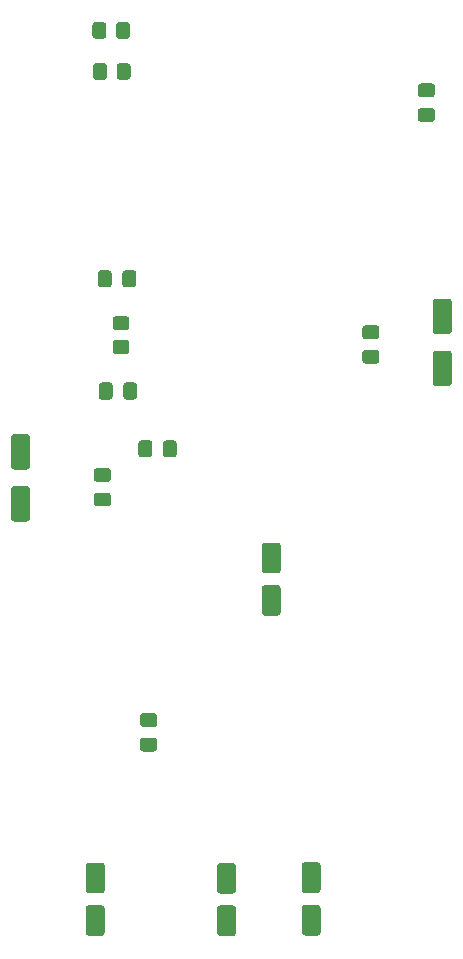
<source format=gbr>
%TF.GenerationSoftware,KiCad,Pcbnew,(5.1.10)-1*%
%TF.CreationDate,2022-05-23T16:21:35+02:00*%
%TF.ProjectId,Auto_Uart,4175746f-5f55-4617-9274-2e6b69636164,rev?*%
%TF.SameCoordinates,Original*%
%TF.FileFunction,Paste,Top*%
%TF.FilePolarity,Positive*%
%FSLAX46Y46*%
G04 Gerber Fmt 4.6, Leading zero omitted, Abs format (unit mm)*
G04 Created by KiCad (PCBNEW (5.1.10)-1) date 2022-05-23 16:21:35*
%MOMM*%
%LPD*%
G01*
G04 APERTURE LIST*
G04 APERTURE END LIST*
%TO.C,C1*%
G36*
G01*
X464800Y-66917900D02*
X1414800Y-66917900D01*
G75*
G02*
X1664800Y-67167900I0J-250000D01*
G01*
X1664800Y-67842900D01*
G75*
G02*
X1414800Y-68092900I-250000J0D01*
G01*
X464800Y-68092900D01*
G75*
G02*
X214800Y-67842900I0J250000D01*
G01*
X214800Y-67167900D01*
G75*
G02*
X464800Y-66917900I250000J0D01*
G01*
G37*
G36*
G01*
X464800Y-64842900D02*
X1414800Y-64842900D01*
G75*
G02*
X1664800Y-65092900I0J-250000D01*
G01*
X1664800Y-65767900D01*
G75*
G02*
X1414800Y-66017900I-250000J0D01*
G01*
X464800Y-66017900D01*
G75*
G02*
X214800Y-65767900I0J250000D01*
G01*
X214800Y-65092900D01*
G75*
G02*
X464800Y-64842900I250000J0D01*
G01*
G37*
%TD*%
%TO.C,C2*%
G36*
G01*
X-9356000Y-48622800D02*
X-10456000Y-48622800D01*
G75*
G02*
X-10706000Y-48372800I0J250000D01*
G01*
X-10706000Y-45872800D01*
G75*
G02*
X-10456000Y-45622800I250000J0D01*
G01*
X-9356000Y-45622800D01*
G75*
G02*
X-9106000Y-45872800I0J-250000D01*
G01*
X-9106000Y-48372800D01*
G75*
G02*
X-9356000Y-48622800I-250000J0D01*
G01*
G37*
G36*
G01*
X-9356000Y-44222800D02*
X-10456000Y-44222800D01*
G75*
G02*
X-10706000Y-43972800I0J250000D01*
G01*
X-10706000Y-41472800D01*
G75*
G02*
X-10456000Y-41222800I250000J0D01*
G01*
X-9356000Y-41222800D01*
G75*
G02*
X-9106000Y-41472800I0J-250000D01*
G01*
X-9106000Y-43972800D01*
G75*
G02*
X-9356000Y-44222800I-250000J0D01*
G01*
G37*
%TD*%
%TO.C,C3*%
G36*
G01*
X-2104900Y-37091600D02*
X-2104900Y-38041600D01*
G75*
G02*
X-2354900Y-38291600I-250000J0D01*
G01*
X-3029900Y-38291600D01*
G75*
G02*
X-3279900Y-38041600I0J250000D01*
G01*
X-3279900Y-37091600D01*
G75*
G02*
X-3029900Y-36841600I250000J0D01*
G01*
X-2354900Y-36841600D01*
G75*
G02*
X-2104900Y-37091600I0J-250000D01*
G01*
G37*
G36*
G01*
X-29900Y-37091600D02*
X-29900Y-38041600D01*
G75*
G02*
X-279900Y-38291600I-250000J0D01*
G01*
X-954900Y-38291600D01*
G75*
G02*
X-1204900Y-38041600I0J250000D01*
G01*
X-1204900Y-37091600D01*
G75*
G02*
X-954900Y-36841600I250000J0D01*
G01*
X-279900Y-36841600D01*
G75*
G02*
X-29900Y-37091600I0J-250000D01*
G01*
G37*
%TD*%
%TO.C,C4*%
G36*
G01*
X3330700Y-41993800D02*
X3330700Y-42943800D01*
G75*
G02*
X3080700Y-43193800I-250000J0D01*
G01*
X2405700Y-43193800D01*
G75*
G02*
X2155700Y-42943800I0J250000D01*
G01*
X2155700Y-41993800D01*
G75*
G02*
X2405700Y-41743800I250000J0D01*
G01*
X3080700Y-41743800D01*
G75*
G02*
X3330700Y-41993800I0J-250000D01*
G01*
G37*
G36*
G01*
X1255700Y-41993800D02*
X1255700Y-42943800D01*
G75*
G02*
X1005700Y-43193800I-250000J0D01*
G01*
X330700Y-43193800D01*
G75*
G02*
X80700Y-42943800I0J250000D01*
G01*
X80700Y-41993800D01*
G75*
G02*
X330700Y-41743800I250000J0D01*
G01*
X1005700Y-41743800D01*
G75*
G02*
X1255700Y-41993800I0J-250000D01*
G01*
G37*
%TD*%
%TO.C,C5*%
G36*
G01*
X-2496800Y-47341100D02*
X-3446800Y-47341100D01*
G75*
G02*
X-3696800Y-47091100I0J250000D01*
G01*
X-3696800Y-46416100D01*
G75*
G02*
X-3446800Y-46166100I250000J0D01*
G01*
X-2496800Y-46166100D01*
G75*
G02*
X-2246800Y-46416100I0J-250000D01*
G01*
X-2246800Y-47091100D01*
G75*
G02*
X-2496800Y-47341100I-250000J0D01*
G01*
G37*
G36*
G01*
X-2496800Y-45266100D02*
X-3446800Y-45266100D01*
G75*
G02*
X-3696800Y-45016100I0J250000D01*
G01*
X-3696800Y-44341100D01*
G75*
G02*
X-3446800Y-44091100I250000J0D01*
G01*
X-2496800Y-44091100D01*
G75*
G02*
X-2246800Y-44341100I0J-250000D01*
G01*
X-2246800Y-45016100D01*
G75*
G02*
X-2496800Y-45266100I-250000J0D01*
G01*
G37*
%TD*%
%TO.C,C6*%
G36*
G01*
X-3352200Y-28542000D02*
X-3352200Y-27592000D01*
G75*
G02*
X-3102200Y-27342000I250000J0D01*
G01*
X-2427200Y-27342000D01*
G75*
G02*
X-2177200Y-27592000I0J-250000D01*
G01*
X-2177200Y-28542000D01*
G75*
G02*
X-2427200Y-28792000I-250000J0D01*
G01*
X-3102200Y-28792000D01*
G75*
G02*
X-3352200Y-28542000I0J250000D01*
G01*
G37*
G36*
G01*
X-1277200Y-28542000D02*
X-1277200Y-27592000D01*
G75*
G02*
X-1027200Y-27342000I250000J0D01*
G01*
X-352200Y-27342000D01*
G75*
G02*
X-102200Y-27592000I0J-250000D01*
G01*
X-102200Y-28542000D01*
G75*
G02*
X-352200Y-28792000I-250000J0D01*
G01*
X-1027200Y-28792000D01*
G75*
G02*
X-1277200Y-28542000I0J250000D01*
G01*
G37*
%TD*%
%TO.C,C7*%
G36*
G01*
X-4131400Y-77497600D02*
X-3031400Y-77497600D01*
G75*
G02*
X-2781400Y-77747600I0J-250000D01*
G01*
X-2781400Y-79847600D01*
G75*
G02*
X-3031400Y-80097600I-250000J0D01*
G01*
X-4131400Y-80097600D01*
G75*
G02*
X-4381400Y-79847600I0J250000D01*
G01*
X-4381400Y-77747600D01*
G75*
G02*
X-4131400Y-77497600I250000J0D01*
G01*
G37*
G36*
G01*
X-4131400Y-81097600D02*
X-3031400Y-81097600D01*
G75*
G02*
X-2781400Y-81347600I0J-250000D01*
G01*
X-2781400Y-83447600D01*
G75*
G02*
X-3031400Y-83697600I-250000J0D01*
G01*
X-4131400Y-83697600D01*
G75*
G02*
X-4381400Y-83447600I0J250000D01*
G01*
X-4381400Y-81347600D01*
G75*
G02*
X-4131400Y-81097600I250000J0D01*
G01*
G37*
%TD*%
%TO.C,C8*%
G36*
G01*
X14156600Y-77468800D02*
X15256600Y-77468800D01*
G75*
G02*
X15506600Y-77718800I0J-250000D01*
G01*
X15506600Y-79818800D01*
G75*
G02*
X15256600Y-80068800I-250000J0D01*
G01*
X14156600Y-80068800D01*
G75*
G02*
X13906600Y-79818800I0J250000D01*
G01*
X13906600Y-77718800D01*
G75*
G02*
X14156600Y-77468800I250000J0D01*
G01*
G37*
G36*
G01*
X14156600Y-81068800D02*
X15256600Y-81068800D01*
G75*
G02*
X15506600Y-81318800I0J-250000D01*
G01*
X15506600Y-83418800D01*
G75*
G02*
X15256600Y-83668800I-250000J0D01*
G01*
X14156600Y-83668800D01*
G75*
G02*
X13906600Y-83418800I0J250000D01*
G01*
X13906600Y-81318800D01*
G75*
G02*
X14156600Y-81068800I250000J0D01*
G01*
G37*
%TD*%
%TO.C,C9*%
G36*
G01*
X6993800Y-81119600D02*
X8093800Y-81119600D01*
G75*
G02*
X8343800Y-81369600I0J-250000D01*
G01*
X8343800Y-83469600D01*
G75*
G02*
X8093800Y-83719600I-250000J0D01*
G01*
X6993800Y-83719600D01*
G75*
G02*
X6743800Y-83469600I0J250000D01*
G01*
X6743800Y-81369600D01*
G75*
G02*
X6993800Y-81119600I250000J0D01*
G01*
G37*
G36*
G01*
X6993800Y-77519600D02*
X8093800Y-77519600D01*
G75*
G02*
X8343800Y-77769600I0J-250000D01*
G01*
X8343800Y-79869600D01*
G75*
G02*
X8093800Y-80119600I-250000J0D01*
G01*
X6993800Y-80119600D01*
G75*
G02*
X6743800Y-79869600I0J250000D01*
G01*
X6743800Y-77769600D01*
G75*
G02*
X6993800Y-77519600I250000J0D01*
G01*
G37*
%TD*%
%TO.C,C10*%
G36*
G01*
X11878400Y-52995800D02*
X10778400Y-52995800D01*
G75*
G02*
X10528400Y-52745800I0J250000D01*
G01*
X10528400Y-50645800D01*
G75*
G02*
X10778400Y-50395800I250000J0D01*
G01*
X11878400Y-50395800D01*
G75*
G02*
X12128400Y-50645800I0J-250000D01*
G01*
X12128400Y-52745800D01*
G75*
G02*
X11878400Y-52995800I-250000J0D01*
G01*
G37*
G36*
G01*
X11878400Y-56595800D02*
X10778400Y-56595800D01*
G75*
G02*
X10528400Y-56345800I0J250000D01*
G01*
X10528400Y-54245800D01*
G75*
G02*
X10778400Y-53995800I250000J0D01*
G01*
X11878400Y-53995800D01*
G75*
G02*
X12128400Y-54245800I0J-250000D01*
G01*
X12128400Y-56345800D01*
G75*
G02*
X11878400Y-56595800I-250000J0D01*
G01*
G37*
%TD*%
%TO.C,C11*%
G36*
G01*
X24935200Y-12703300D02*
X23985200Y-12703300D01*
G75*
G02*
X23735200Y-12453300I0J250000D01*
G01*
X23735200Y-11778300D01*
G75*
G02*
X23985200Y-11528300I250000J0D01*
G01*
X24935200Y-11528300D01*
G75*
G02*
X25185200Y-11778300I0J-250000D01*
G01*
X25185200Y-12453300D01*
G75*
G02*
X24935200Y-12703300I-250000J0D01*
G01*
G37*
G36*
G01*
X24935200Y-14778300D02*
X23985200Y-14778300D01*
G75*
G02*
X23735200Y-14528300I0J250000D01*
G01*
X23735200Y-13853300D01*
G75*
G02*
X23985200Y-13603300I250000J0D01*
G01*
X24935200Y-13603300D01*
G75*
G02*
X25185200Y-13853300I0J-250000D01*
G01*
X25185200Y-14528300D01*
G75*
G02*
X24935200Y-14778300I-250000J0D01*
G01*
G37*
%TD*%
%TO.C,C12*%
G36*
G01*
X19286200Y-32008500D02*
X20236200Y-32008500D01*
G75*
G02*
X20486200Y-32258500I0J-250000D01*
G01*
X20486200Y-32933500D01*
G75*
G02*
X20236200Y-33183500I-250000J0D01*
G01*
X19286200Y-33183500D01*
G75*
G02*
X19036200Y-32933500I0J250000D01*
G01*
X19036200Y-32258500D01*
G75*
G02*
X19286200Y-32008500I250000J0D01*
G01*
G37*
G36*
G01*
X19286200Y-34083500D02*
X20236200Y-34083500D01*
G75*
G02*
X20486200Y-34333500I0J-250000D01*
G01*
X20486200Y-35008500D01*
G75*
G02*
X20236200Y-35258500I-250000J0D01*
G01*
X19286200Y-35258500D01*
G75*
G02*
X19036200Y-35008500I0J250000D01*
G01*
X19036200Y-34333500D01*
G75*
G02*
X19286200Y-34083500I250000J0D01*
G01*
G37*
%TD*%
%TO.C,C13*%
G36*
G01*
X25256400Y-34151800D02*
X26356400Y-34151800D01*
G75*
G02*
X26606400Y-34401800I0J-250000D01*
G01*
X26606400Y-36901800D01*
G75*
G02*
X26356400Y-37151800I-250000J0D01*
G01*
X25256400Y-37151800D01*
G75*
G02*
X25006400Y-36901800I0J250000D01*
G01*
X25006400Y-34401800D01*
G75*
G02*
X25256400Y-34151800I250000J0D01*
G01*
G37*
G36*
G01*
X25256400Y-29751800D02*
X26356400Y-29751800D01*
G75*
G02*
X26606400Y-30001800I0J-250000D01*
G01*
X26606400Y-32501800D01*
G75*
G02*
X26356400Y-32751800I-250000J0D01*
G01*
X25256400Y-32751800D01*
G75*
G02*
X25006400Y-32501800I0J250000D01*
G01*
X25006400Y-30001800D01*
G75*
G02*
X25256400Y-29751800I250000J0D01*
G01*
G37*
%TD*%
%TO.C,R1*%
G36*
G01*
X-625800Y-6585799D02*
X-625800Y-7485801D01*
G75*
G02*
X-875799Y-7735800I-249999J0D01*
G01*
X-1575801Y-7735800D01*
G75*
G02*
X-1825800Y-7485801I0J249999D01*
G01*
X-1825800Y-6585799D01*
G75*
G02*
X-1575801Y-6335800I249999J0D01*
G01*
X-875799Y-6335800D01*
G75*
G02*
X-625800Y-6585799I0J-249999D01*
G01*
G37*
G36*
G01*
X-2625800Y-6585799D02*
X-2625800Y-7485801D01*
G75*
G02*
X-2875799Y-7735800I-249999J0D01*
G01*
X-3575801Y-7735800D01*
G75*
G02*
X-3825800Y-7485801I0J249999D01*
G01*
X-3825800Y-6585799D01*
G75*
G02*
X-3575801Y-6335800I249999J0D01*
G01*
X-2875799Y-6335800D01*
G75*
G02*
X-2625800Y-6585799I0J-249999D01*
G01*
G37*
%TD*%
%TO.C,R2*%
G36*
G01*
X-2575000Y-10065599D02*
X-2575000Y-10965601D01*
G75*
G02*
X-2824999Y-11215600I-249999J0D01*
G01*
X-3525001Y-11215600D01*
G75*
G02*
X-3775000Y-10965601I0J249999D01*
G01*
X-3775000Y-10065599D01*
G75*
G02*
X-3525001Y-9815600I249999J0D01*
G01*
X-2824999Y-9815600D01*
G75*
G02*
X-2575000Y-10065599I0J-249999D01*
G01*
G37*
G36*
G01*
X-575000Y-10065599D02*
X-575000Y-10965601D01*
G75*
G02*
X-824999Y-11215600I-249999J0D01*
G01*
X-1525001Y-11215600D01*
G75*
G02*
X-1775000Y-10965601I0J249999D01*
G01*
X-1775000Y-10065599D01*
G75*
G02*
X-1525001Y-9815600I249999J0D01*
G01*
X-824999Y-9815600D01*
G75*
G02*
X-575000Y-10065599I0J-249999D01*
G01*
G37*
%TD*%
%TO.C,R3*%
G36*
G01*
X-1847001Y-31232800D02*
X-946999Y-31232800D01*
G75*
G02*
X-697000Y-31482799I0J-249999D01*
G01*
X-697000Y-32182801D01*
G75*
G02*
X-946999Y-32432800I-249999J0D01*
G01*
X-1847001Y-32432800D01*
G75*
G02*
X-2097000Y-32182801I0J249999D01*
G01*
X-2097000Y-31482799D01*
G75*
G02*
X-1847001Y-31232800I249999J0D01*
G01*
G37*
G36*
G01*
X-1847001Y-33232800D02*
X-946999Y-33232800D01*
G75*
G02*
X-697000Y-33482799I0J-249999D01*
G01*
X-697000Y-34182801D01*
G75*
G02*
X-946999Y-34432800I-249999J0D01*
G01*
X-1847001Y-34432800D01*
G75*
G02*
X-2097000Y-34182801I0J249999D01*
G01*
X-2097000Y-33482799D01*
G75*
G02*
X-1847001Y-33232800I249999J0D01*
G01*
G37*
%TD*%
M02*

</source>
